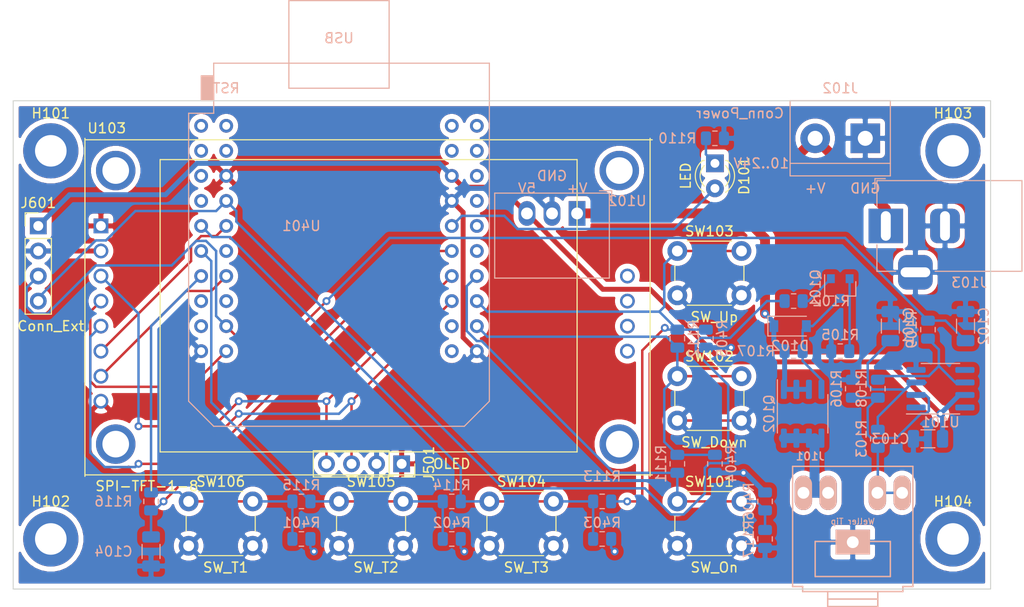
<source format=kicad_pcb>
(kicad_pcb (version 20171130) (host pcbnew 5.1.9-73d0e3b20d~88~ubuntu20.04.1)
  (layers (0 F.Cu signal) (31 B.Cu signal) (34 B.Paste user) (35 F.Paste user) (36 B.SilkS user) (37 F.SilkS user) (38 B.Mask user) (39 F.Mask user) (44 Edge.Cuts user))
  (net 0 "")
  (net 1 GND)
  (net 2 READ)
  (net 3 +5V)
  (net 4 +3V3)
  (net 5 TEMP)
  (net 6 NEO)
  (net 7 SCK)
  (net 8 DC)
  (net 9 RESET)
  (net 10 CS)
  (net 11 PWM)
  (net 12 VS)
  (net 13 HEATER)
  (net 14 TEMPSENSE)
  (net 15 MOSI)
  (net 16 "Net-(D101-Pad1)")
  (net 17 "Net-(C101-Pad1)")
  (net 18 "Net-(Q101-Pad2)")
  (net 19 "Net-(R106-Pad2)")
  (net 20 "Net-(R108-Pad1)")
  (net 21 "Net-(U101-Pad8)")
  (net 22 "Net-(U101-Pad5)")
  (net 23 "Net-(U101-Pad1)")
  (net 24 "Net-(U103-Pad12)")
  (net 25 "Net-(U103-Pad11)")
  (net 26 "Net-(U103-Pad10)")
  (net 27 "Net-(U103-Pad9)")
  (net 28 "Net-(D102-Pad2)")
  (net 29 "Net-(Q101-Pad1)")
  (net 30 "Net-(U401-Pad3)")
  (net 31 "Net-(U401-Pad5)")
  (net 32 "Net-(U401-Pad6)")
  (net 33 "Net-(U401-Pad10)")
  (net 34 "Net-(U401-Pad13)")
  (net 35 "Net-(U401-Pad15)")
  (net 36 "Net-(U401-Pad17)")
  (net 37 "Net-(U401-Pad18)")
  (net 38 "Net-(U401-Pad19)")
  (net 39 "Net-(U401-Pad20)")
  (net 40 "Net-(U401-Pad21)")
  (net 41 "Net-(U401-Pad23)")
  (net 42 "Net-(U401-Pad30)")
  (net 43 "Net-(U401-Pad32)")
  (net 44 "Net-(U401-Pad34)")
  (net 45 "Net-(U401-Pad36)")
  (net 46 "Net-(U401-Pad37)")
  (net 47 "Net-(U401-Pad38)")
  (net 48 "Net-(U401-Pad39)")
  (net 49 "Net-(U401-Pad40)")
  (net 50 TON)
  (net 51 TDN)
  (net 52 TUP)
  (net 53 T3)
  (net 54 T2)
  (net 55 T1)
  (module Connector_BarrelJack:BarrelJack_Horizontal (layer B.Cu) (at 177.34 87.63 180)
    (fp_text reference J103 (at -8.45 -5.75) (layer B.SilkS) (effects (justify mirror)))
    (fp_text value Barrel_Jack_Switch)
    (pad 3 thru_hole roundrect (at -3 -4.7 180) (size 3.5 3.5) (drill oval 3 1) (layers *.Cu *.Mask) (net 1 GND))
    (pad 2 thru_hole roundrect (at -6 0 180) (size 3 3.5) (drill oval 1 3) (layers *.Cu *.Mask) (net 1 GND))
    (pad 1 thru_hole rect (at 0 0 180) (size 3.5 3.5) (drill oval 1 3) (layers *.Cu *.Mask) (net 12 VS))
  )
  (module Resistor_SMD:R_0805_2012Metric (layer B.Cu) (at 165.1 115.57 270)
    (fp_text reference R406 (at 0 1.65 90) (layer B.SilkS) (effects (justify mirror)))
    (fp_text value R)
    (pad 2 smd roundrect (at 0.9125 0 270) (size 1.025 1.4) (layers B.Cu B.Paste B.Mask) (roundrect_rratio 0.2439014634146341) (net 50 TON))
    (pad 1 smd roundrect (at -0.9125 0 270) (size 1.025 1.4) (layers B.Cu B.Paste B.Mask) (roundrect_rratio 0.2439014634146341) (net 4 +3V3))
  )
  (module Resistor_SMD:R_0805_2012Metric (layer B.Cu) (at 159.1075 99.06 90)
    (fp_text reference R405 (at 0 1.65 90) (layer B.SilkS) (effects (justify mirror)))
    (fp_text value R)
    (pad 2 smd roundrect (at 0.9125 0 90) (size 1.025 1.4) (layers B.Cu B.Paste B.Mask) (roundrect_rratio 0.2439014634146341) (net 52 TUP))
    (pad 1 smd roundrect (at -0.9125 0 90) (size 1.025 1.4) (layers B.Cu B.Paste B.Mask) (roundrect_rratio 0.2439014634146341) (net 4 +3V3))
  )
  (module Resistor_SMD:R_0805_2012Metric (layer B.Cu) (at 160.02 111.76 90)
    (fp_text reference R404 (at 0 1.65 90) (layer B.SilkS) (effects (justify mirror)))
    (fp_text value R)
    (pad 2 smd roundrect (at 0.9125 0 90) (size 1.025 1.4) (layers B.Cu B.Paste B.Mask) (roundrect_rratio 0.2439014634146341) (net 51 TDN))
    (pad 1 smd roundrect (at -0.9125 0 90) (size 1.025 1.4) (layers B.Cu B.Paste B.Mask) (roundrect_rratio 0.2439014634146341) (net 4 +3V3))
  )
  (module Resistor_SMD:R_0805_2012Metric (layer B.Cu) (at 148.59 119.38 180)
    (fp_text reference R403 (at 0 1.65) (layer B.SilkS) (effects (justify mirror)))
    (fp_text value R)
    (pad 2 smd roundrect (at 0.9125 0 180) (size 1.025 1.4) (layers B.Cu B.Paste B.Mask) (roundrect_rratio 0.2439014634146341) (net 53 T3))
    (pad 1 smd roundrect (at -0.9125 0 180) (size 1.025 1.4) (layers B.Cu B.Paste B.Mask) (roundrect_rratio 0.2439014634146341) (net 4 +3V3))
  )
  (module Resistor_SMD:R_0805_2012Metric (layer B.Cu) (at 133.35 119.38 180)
    (fp_text reference R402 (at 0 1.65) (layer B.SilkS) (effects (justify mirror)))
    (fp_text value R)
    (pad 2 smd roundrect (at 0.9125 0 180) (size 1.025 1.4) (layers B.Cu B.Paste B.Mask) (roundrect_rratio 0.2439014634146341) (net 54 T2))
    (pad 1 smd roundrect (at -0.9125 0 180) (size 1.025 1.4) (layers B.Cu B.Paste B.Mask) (roundrect_rratio 0.2439014634146341) (net 4 +3V3))
  )
  (module Resistor_SMD:R_0805_2012Metric (layer B.Cu) (at 118.11 119.38 180)
    (fp_text reference R401 (at 0 1.65) (layer B.SilkS) (effects (justify mirror)))
    (fp_text value R)
    (pad 2 smd roundrect (at 0.9125 0 180) (size 1.025 1.4) (layers B.Cu B.Paste B.Mask) (roundrect_rratio 0.2439014634146341) (net 55 T1))
    (pad 1 smd roundrect (at -0.9125 0 180) (size 1.025 1.4) (layers B.Cu B.Paste B.Mask) (roundrect_rratio 0.2439014634146341) (net 4 +3V3))
  )
  (module ESP32_mini:ESP32_mini (layer B.Cu) (at 121.92 88.9)
    (fp_text reference U401 (at -3.81 -1.27) (layer B.SilkS) (effects (justify mirror)))
    (fp_text value mini_esp32)
    (fp_text user RST (at -11.43 -15.24) (layer B.SilkS) (effects (justify mirror)))
    (fp_text user USB (at 0 -20.32) (layer B.SilkS) (effects (justify mirror)))
    (pad 2 thru_hole circle (at -11.43 11.43 90) (size 1.4 1.4) (drill 0.8) (layers *.Cu *.Mask) (net 9 RESET))
    (pad 1 thru_hole circle (at -13.97 11.43 90) (size 1.4 1.4) (drill 0.8) (layers *.Cu *.Mask) (net 1 GND))
    (pad 3 thru_hole circle (at -13.97 8.89 90) (size 1.4 1.4) (drill 0.8) (layers *.Cu *.Mask) (net 30 "Net-(U401-Pad3)"))
    (pad 4 thru_hole circle (at -11.43 8.89 90) (size 1.4 1.4) (drill 0.8) (layers *.Cu *.Mask) (net 5 TEMP))
    (pad 5 thru_hole circle (at -13.97 6.35 90) (size 1.4 1.4) (drill 0.8) (layers *.Cu *.Mask) (net 31 "Net-(U401-Pad5)"))
    (pad 6 thru_hole circle (at -11.43 6.35 90) (size 1.4 1.4) (drill 0.8) (layers *.Cu *.Mask) (net 32 "Net-(U401-Pad6)"))
    (pad 7 thru_hole circle (at -13.97 3.81 90) (size 1.4 1.4) (drill 0.8) (layers *.Cu *.Mask) (net 55 T1))
    (pad 8 thru_hole circle (at -11.43 3.81 90) (size 1.4 1.4) (drill 0.8) (layers *.Cu *.Mask) (net 7 SCK))
    (pad 9 thru_hole circle (at -13.97 1.27 90) (size 1.4 1.4) (drill 0.8) (layers *.Cu *.Mask) (net 54 T2))
    (pad 10 thru_hole circle (at -11.43 1.27 90) (size 1.4 1.4) (drill 0.8) (layers *.Cu *.Mask) (net 33 "Net-(U401-Pad10)"))
    (pad 11 thru_hole circle (at -13.97 -1.27 90) (size 1.4 1.4) (drill 0.8) (layers *.Cu *.Mask) (net 53 T3))
    (pad 12 thru_hole circle (at -11.43 -1.27 90) (size 1.4 1.4) (drill 0.8) (layers *.Cu *.Mask) (net 15 MOSI))
    (pad 13 thru_hole circle (at -13.97 -3.81 90) (size 1.4 1.4) (drill 0.8) (layers *.Cu *.Mask) (net 34 "Net-(U401-Pad13)"))
    (pad 14 thru_hole circle (at -11.43 -3.81 90) (size 1.4 1.4) (drill 0.8) (layers *.Cu *.Mask) (net 11 PWM))
    (pad 15 thru_hole circle (at -13.97 -6.35 90) (size 1.4 1.4) (drill 0.8) (layers *.Cu *.Mask) (net 35 "Net-(U401-Pad15)"))
    (pad 16 thru_hole circle (at -11.43 -6.35 90) (size 1.4 1.4) (drill 0.8) (layers *.Cu *.Mask) (net 4 +3V3))
    (pad 17 thru_hole circle (at -13.97 -8.89 90) (size 1.4 1.4) (drill 0.8) (layers *.Cu *.Mask) (net 36 "Net-(U401-Pad17)"))
    (pad 18 thru_hole circle (at -11.43 -8.89 90) (size 1.4 1.4) (drill 0.8) (layers *.Cu *.Mask) (net 37 "Net-(U401-Pad18)"))
    (pad 19 thru_hole circle (at -13.97 -11.43 90) (size 1.4 1.4) (drill 0.8) (layers *.Cu *.Mask) (net 38 "Net-(U401-Pad19)"))
    (pad 20 thru_hole circle (at -11.43 -11.43 90) (size 1.4 1.4) (drill 0.8) (layers *.Cu *.Mask) (net 39 "Net-(U401-Pad20)"))
    (pad 21 thru_hole circle (at 11.43 11.43 90) (size 1.4 1.4) (drill 0.8) (layers *.Cu *.Mask) (net 40 "Net-(U401-Pad21)"))
    (pad 22 thru_hole circle (at 13.97 11.43 90) (size 1.4 1.4) (drill 0.8) (layers *.Cu *.Mask) (net 1 GND))
    (pad 23 thru_hole circle (at 11.43 8.89 90) (size 1.4 1.4) (drill 0.8) (layers *.Cu *.Mask) (net 41 "Net-(U401-Pad23)"))
    (pad 24 thru_hole circle (at 13.97 8.89 90) (size 1.4 1.4) (drill 0.8) (layers *.Cu *.Mask) (net 51 TDN))
    (pad 25 thru_hole circle (at 11.43 6.35 90) (size 1.4 1.4) (drill 0.8) (layers *.Cu *.Mask) (net 8 DC))
    (pad 26 thru_hole circle (at 13.97 6.35 90) (size 1.4 1.4) (drill 0.8) (layers *.Cu *.Mask) (net 52 TUP))
    (pad 27 thru_hole circle (at 11.43 3.81 90) (size 1.4 1.4) (drill 0.8) (layers *.Cu *.Mask) (net 10 CS))
    (pad 28 thru_hole circle (at 13.97 3.81 90) (size 1.4 1.4) (drill 0.8) (layers *.Cu *.Mask) (net 50 TON))
    (pad 29 thru_hole circle (at 11.43 1.27 90) (size 1.4 1.4) (drill 0.8) (layers *.Cu *.Mask) (net 2 READ))
    (pad 30 thru_hole circle (at 13.97 1.27 90) (size 1.4 1.4) (drill 0.8) (layers *.Cu *.Mask) (net 42 "Net-(U401-Pad30)"))
    (pad 31 thru_hole circle (at 11.43 -1.27 90) (size 1.4 1.4) (drill 0.8) (layers *.Cu *.Mask) (net 6 NEO))
    (pad 32 thru_hole circle (at 13.97 -1.27 90) (size 1.4 1.4) (drill 0.8) (layers *.Cu *.Mask) (net 43 "Net-(U401-Pad32)"))
    (pad 33 thru_hole circle (at 11.43 -3.81 90) (size 1.4 1.4) (drill 0.8) (layers *.Cu *.Mask) (net 1 GND))
    (pad 34 thru_hole circle (at 13.97 -3.81 90) (size 1.4 1.4) (drill 0.8) (layers *.Cu *.Mask) (net 44 "Net-(U401-Pad34)"))
    (pad 35 thru_hole circle (at 11.43 -6.35 90) (size 1.4 1.4) (drill 0.8) (layers *.Cu *.Mask) (net 3 +5V))
    (pad 36 thru_hole circle (at 13.97 -6.35 90) (size 1.4 1.4) (drill 0.8) (layers *.Cu *.Mask) (net 45 "Net-(U401-Pad36)"))
    (pad 37 thru_hole circle (at 11.43 -8.89 90) (size 1.4 1.4) (drill 0.8) (layers *.Cu *.Mask) (net 46 "Net-(U401-Pad37)"))
    (pad 38 thru_hole circle (at 13.97 -8.89 90) (size 1.4 1.4) (drill 0.8) (layers *.Cu *.Mask) (net 47 "Net-(U401-Pad38)"))
    (pad 39 thru_hole circle (at 11.43 -11.43 90) (size 1.4 1.4) (drill 0.8) (layers *.Cu *.Mask) (net 48 "Net-(U401-Pad39)"))
    (pad 40 thru_hole circle (at 13.97 -11.43 90) (size 1.4 1.4) (drill 0.8) (layers *.Cu *.Mask) (net 49 "Net-(U401-Pad40)"))
  )
  (module Connector_PinHeader_2.54mm:PinHeader_1x04_P2.54mm_Vertical (layer F.Cu) (at 91.44 87.63)
    (fp_text reference J601 (at 0 -2.33) (layer F.SilkS))
    (fp_text value Conn_Ext (at 1.27 10.16) (layer F.SilkS))
    (pad 4 thru_hole oval (at 0 7.62) (size 1.7 1.7) (drill 1) (layers *.Cu *.Mask) (net 11 PWM))
    (pad 3 thru_hole oval (at 0 5.08) (size 1.7 1.7) (drill 1) (layers *.Cu *.Mask) (net 5 TEMP))
    (pad 2 thru_hole oval (at 0 2.54) (size 1.7 1.7) (drill 1) (layers *.Cu *.Mask) (net 1 GND))
    (pad 1 thru_hole rect (at 0 0) (size 1.7 1.7) (drill 1) (layers *.Cu *.Mask) (net 3 +5V))
  )
  (module Package_TO_SOT_SMD:SOT-23 (layer B.Cu) (at 172.72 93.98 270)
    (fp_text reference Q101 (at 0 2.5 90) (layer B.SilkS) (effects (justify mirror)))
    (fp_text value BC847)
    (pad 3 smd rect (at 1 0 270) (size 0.9 0.8) (layers B.Cu B.Paste B.Mask) (net 28 "Net-(D102-Pad2)"))
    (pad 2 smd rect (at -1 -0.95 270) (size 0.9 0.8) (layers B.Cu B.Paste B.Mask) (net 18 "Net-(Q101-Pad2)"))
    (pad 1 smd rect (at -1 0.95 270) (size 0.9 0.8) (layers B.Cu B.Paste B.Mask) (net 29 "Net-(Q101-Pad1)"))
  )
  (module Package_SO:SOIC-8_3.9x4.9mm_P1.27mm (layer B.Cu) (at 168.91 106.68 270)
    (fp_text reference Q102 (at 0 3.4 270) (layer B.SilkS) (effects (justify mirror)))
    (fp_text value IRF7404)
    (pad 8 smd roundrect (at 2.475 1.905 270) (size 1.95 0.6) (layers B.Cu B.Paste B.Mask) (net 13 HEATER))
    (pad 7 smd roundrect (at 2.475 0.635 270) (size 1.95 0.6) (layers B.Cu B.Paste B.Mask) (net 13 HEATER))
    (pad 6 smd roundrect (at 2.475 -0.635 270) (size 1.95 0.6) (layers B.Cu B.Paste B.Mask) (net 13 HEATER))
    (pad 5 smd roundrect (at 2.475 -1.905 270) (size 1.95 0.6) (layers B.Cu B.Paste B.Mask) (net 13 HEATER))
    (pad 4 smd roundrect (at -2.475 -1.905 270) (size 1.95 0.6) (layers B.Cu B.Paste B.Mask) (net 28 "Net-(D102-Pad2)"))
    (pad 3 smd roundrect (at -2.475 -0.635 270) (size 1.95 0.6) (layers B.Cu B.Paste B.Mask) (net 12 VS))
    (pad 2 smd roundrect (at -2.475 0.635 270) (size 1.95 0.6) (layers B.Cu B.Paste B.Mask) (net 12 VS))
    (pad 1 smd roundrect (at -2.475 1.905 270) (size 1.95 0.6) (layers B.Cu B.Paste B.Mask) (net 12 VS))
  )
  (module Resistor_SMD:R_0805_2012Metric (layer B.Cu) (at 172.72 100.33 180)
    (fp_text reference R105 (at 0 1.65) (layer B.SilkS) (effects (justify mirror)))
    (fp_text value R)
    (pad 2 smd roundrect (at 0.9125 0 180) (size 1.025 1.4) (layers B.Cu B.Paste B.Mask) (roundrect_rratio 0.2439014634146341) (net 1 GND))
    (pad 1 smd roundrect (at -0.9125 0 180) (size 1.025 1.4) (layers B.Cu B.Paste B.Mask) (roundrect_rratio 0.2439014634146341) (net 18 "Net-(Q101-Pad2)"))
  )
  (module Diode_SMD:D_SOD-123 (layer B.Cu) (at 167.64 97.79)
    (fp_text reference D102 (at 0 2) (layer B.SilkS) (effects (justify mirror)))
    (fp_text value D_Zener)
    (pad 2 smd rect (at 1.65 0) (size 0.9 1.2) (layers B.Cu B.Paste B.Mask) (net 28 "Net-(D102-Pad2)"))
    (pad 1 smd rect (at -1.65 0) (size 0.9 1.2) (layers B.Cu B.Paste B.Mask) (net 12 VS))
  )
  (module Maiskolben2:Tayda_3.5mm_stereo_TRS_jack_A-853 (layer B.Cu) (at 173.99 118.11)
    (fp_text reference J101 (at -4.318 -7.112) (layer B.SilkS) (effects (font (size 0.8 0.8)) (justify mirror)))
    (fp_text value "Weller Tip" (at 0 -0.508) (layer B.SilkS) (effects (font (size 0.6 0.6) (thickness 0.1)) (justify mirror)))
    (pad 1 thru_hole rect (at 0 1.596) (size 3.5 2.5) (drill 1.2) (layers *.Cu *.Mask B.SilkS) (net 1 GND))
    (pad 3 thru_hole oval (at 5 -3.41) (size 1.75 3.5) (drill 1.2) (layers *.Cu *.Mask B.SilkS) (net 14 TEMPSENSE))
    (pad 2 thru_hole oval (at -5 -3.41) (size 1.75 3.5) (drill 1.2) (layers *.Cu *.Mask B.SilkS) (net 13 HEATER))
    (pad 5 thru_hole oval (at 2.5 -3.41) (size 1.75 3.5) (drill 1.2) (layers *.Cu *.Mask B.SilkS) (net 14 TEMPSENSE))
    (pad 4 thru_hole oval (at -2.5 -3.41) (size 1.75 3.5) (drill 1.2) (layers *.Cu *.Mask B.SilkS) (net 13 HEATER))
  )
  (module Resistor_SMD:R_0805_2012Metric (layer B.Cu) (at 118.11 115.57 180)
    (fp_text reference R115 (at 0 1.65) (layer B.SilkS) (effects (justify mirror)))
    (fp_text value 22k)
    (pad 2 smd roundrect (at 0.9125 0 180) (size 1.025 1.4) (layers B.Cu B.Paste B.Mask) (roundrect_rratio 0.2439014634146341) (net 55 T1))
    (pad 1 smd roundrect (at -0.9125 0 180) (size 1.025 1.4) (layers B.Cu B.Paste B.Mask) (roundrect_rratio 0.2439014634146341) (net 54 T2))
  )
  (module MountingHole:MountingHole_3.2mm_M3_DIN965_Pad_TopBottom (layer F.Cu) (at 184.15 119.38)
    (fp_text reference H104 (at 0 -3.8) (layer F.SilkS))
    (fp_text value MountingHole)
    (pad 1 connect circle (at 0 0) (size 5.6 5.6) (layers B.Cu B.Mask))
    (pad 1 connect circle (at 0 0) (size 5.6 5.6) (layers F.Cu F.Mask))
    (pad 1 thru_hole circle (at 0 0) (size 3.6 3.6) (drill 3.2) (layers *.Cu *.Mask))
  )
  (module MountingHole:MountingHole_3.2mm_M3_DIN965_Pad_TopBottom (layer F.Cu) (at 184.15 80.01)
    (fp_text reference H103 (at 0 -3.8) (layer F.SilkS))
    (fp_text value MountingHole)
    (pad 1 connect circle (at 0 0) (size 5.6 5.6) (layers B.Cu B.Mask))
    (pad 1 connect circle (at 0 0) (size 5.6 5.6) (layers F.Cu F.Mask))
    (pad 1 thru_hole circle (at 0 0) (size 3.6 3.6) (drill 3.2) (layers *.Cu *.Mask))
  )
  (module MountingHole:MountingHole_3.2mm_M3_DIN965_Pad_TopBottom (layer F.Cu) (at 92.71 119.38)
    (fp_text reference H102 (at 0 -3.8) (layer F.SilkS))
    (fp_text value MountingHole)
    (pad 1 connect circle (at 0 0) (size 5.6 5.6) (layers B.Cu B.Mask))
    (pad 1 connect circle (at 0 0) (size 5.6 5.6) (layers F.Cu F.Mask))
    (pad 1 thru_hole circle (at 0 0) (size 3.6 3.6) (drill 3.2) (layers *.Cu *.Mask))
  )
  (module MountingHole:MountingHole_3.2mm_M3_DIN965_Pad_TopBottom (layer F.Cu) (at 92.71 80.01)
    (fp_text reference H101 (at 0 -3.8) (layer F.SilkS))
    (fp_text value MountingHole)
    (pad 1 connect circle (at 0 0) (size 5.6 5.6) (layers B.Cu B.Mask))
    (pad 1 connect circle (at 0 0) (size 5.6 5.6) (layers F.Cu F.Mask))
    (pad 1 thru_hole circle (at 0 0) (size 3.6 3.6) (drill 3.2) (layers *.Cu *.Mask))
  )
  (module LED_THT:LED_D3.0mm_Clear (layer F.Cu) (at 160.02 81.28 270)
    (fp_text reference D101 (at 1.27 -2.96 90) (layer F.SilkS))
    (fp_text value LED (at 1.27 2.96 90) (layer F.SilkS))
    (pad 2 thru_hole circle (at 2.54 0 270) (size 1.8 1.8) (drill 0.9) (layers *.Cu *.Mask) (net 6 NEO))
    (pad 1 thru_hole rect (at 0 0 270) (size 1.8 1.8) (drill 0.9) (layers *.Cu *.Mask) (net 16 "Net-(D101-Pad1)"))
  )
  (module Resistor_SMD:R_0805_2012Metric (layer B.Cu) (at 160.02 78.74 180)
    (fp_text reference R110 (at 3.81 0) (layer B.SilkS) (effects (justify mirror)))
    (fp_text value 1k)
    (pad 2 smd roundrect (at 0.9125 0 180) (size 1.025 1.4) (layers B.Cu B.Paste B.Mask) (roundrect_rratio 0.2439014634146341) (net 16 "Net-(D101-Pad1)"))
    (pad 1 smd roundrect (at -0.9125 0 180) (size 1.025 1.4) (layers B.Cu B.Paste B.Mask) (roundrect_rratio 0.2439014634146341) (net 1 GND))
  )
  (module Connector_PinSocket_2.54mm:PinSocket_1x04_P2.54mm_Vertical (layer F.Cu) (at 128.27 111.76 270)
    (fp_text reference J501 (at 0 -2.77 90) (layer F.SilkS))
    (fp_text value OLED (at 0 -5.08) (layer F.SilkS))
    (pad 4 thru_hole oval (at 0 7.62 270) (size 1.7 1.7) (drill 1) (layers *.Cu *.Mask) (net 10 CS))
    (pad 3 thru_hole oval (at 0 5.08 270) (size 1.7 1.7) (drill 1) (layers *.Cu *.Mask) (net 8 DC))
    (pad 2 thru_hole oval (at 0 2.54 270) (size 1.7 1.7) (drill 1) (layers *.Cu *.Mask) (net 1 GND))
    (pad 1 thru_hole rect (at 0 0 270) (size 1.7 1.7) (drill 1) (layers *.Cu *.Mask) (net 4 +3V3))
  )
  (module TerminalBlock:TerminalBlock_bornier-2_P5.08mm (layer B.Cu) (at 175.26 78.74 180)
    (fp_text reference J102 (at 2.54 5.08) (layer B.SilkS) (effects (justify mirror)))
    (fp_text value Conn_Power (at 12.7 2.54) (layer B.SilkS) (effects (justify mirror)))
    (pad 2 thru_hole circle (at 5.08 0 180) (size 3 3) (drill 1.52) (layers *.Cu *.Mask) (net 12 VS))
    (pad 1 thru_hole rect (at 0 0 180) (size 3 3) (drill 1.52) (layers *.Cu *.Mask) (net 1 GND))
  )
  (module Converter_DCDC:Converter_DCDC_RECOM_R-78B-2.0_THT (layer B.Cu) (at 146.05 86.36 180)
    (fp_text reference U102 (at -5.08 1.27) (layer B.SilkS) (effects (justify mirror)))
    (fp_text value R-78B5.0-2.0)
    (pad 3 thru_hole oval (at 5.08 0 180) (size 1.7 2.5) (drill 1.2) (layers *.Cu *.Mask) (net 3 +5V))
    (pad 2 thru_hole oval (at 2.54 0 180) (size 1.7 2.5) (drill 1.2) (layers *.Cu *.Mask) (net 1 GND))
    (pad 1 thru_hole rect (at 0 0 180) (size 1.7 2.5) (drill 1.2) (layers *.Cu *.Mask) (net 12 VS))
  )
  (module Package_SO:SOIC-8_3.9x4.9mm_P1.27mm (layer B.Cu) (at 182.88 104.14)
    (fp_text reference U101 (at 0 3.4) (layer B.SilkS) (effects (justify mirror)))
    (fp_text value OPA330xxD)
    (pad 8 smd roundrect (at 2.475 1.905) (size 1.95 0.6) (layers B.Cu B.Paste B.Mask) (net 21 "Net-(U101-Pad8)"))
    (pad 7 smd roundrect (at 2.475 0.635) (size 1.95 0.6) (layers B.Cu B.Paste B.Mask) (net 3 +5V))
    (pad 6 smd roundrect (at 2.475 -0.635) (size 1.95 0.6) (layers B.Cu B.Paste B.Mask) (net 20 "Net-(R108-Pad1)"))
    (pad 5 smd roundrect (at 2.475 -1.905) (size 1.95 0.6) (layers B.Cu B.Paste B.Mask) (net 22 "Net-(U101-Pad5)"))
    (pad 4 smd roundrect (at -2.475 -1.905) (size 1.95 0.6) (layers B.Cu B.Paste B.Mask) (net 1 GND))
    (pad 3 smd roundrect (at -2.475 -0.635) (size 1.95 0.6) (layers B.Cu B.Paste B.Mask) (net 17 "Net-(C101-Pad1)"))
    (pad 2 smd roundrect (at -2.475 0.635) (size 1.95 0.6) (layers B.Cu B.Paste B.Mask) (net 19 "Net-(R106-Pad2)"))
    (pad 1 smd roundrect (at -2.475 1.905) (size 1.95 0.6) (layers B.Cu B.Paste B.Mask) (net 23 "Net-(U101-Pad1)"))
  )
  (module MY_Display:TFT-SPI-1-8 (layer F.Cu) (at 97.79 87.63)
    (fp_text reference U103 (at 0.59 -9.91) (layer F.SilkS))
    (fp_text value SPI-TFT-1-8 (at 4.66 26.39) (layer F.SilkS))
    (pad "" thru_hole circle (at 1.5 22.13) (size 4 4) (drill 2.7) (layers *.Cu *.Mask))
    (pad "" thru_hole circle (at 52.54 22.13) (size 4 4) (drill 2.7) (layers *.Cu *.Mask))
    (pad "" thru_hole circle (at 52.54 -5.62) (size 4 4) (drill 2.7) (layers *.Cu *.Mask))
    (pad "" thru_hole circle (at 1.5 -5.62) (size 4 4) (drill 2.7) (layers *.Cu *.Mask))
    (pad 12 thru_hole circle (at 53.36 12.7) (size 1.5 1.5) (drill 1) (layers *.Cu *.Mask) (net 24 "Net-(U103-Pad12)"))
    (pad 11 thru_hole circle (at 53.36 10.16) (size 1.5 1.5) (drill 1) (layers *.Cu *.Mask) (net 25 "Net-(U103-Pad11)"))
    (pad 10 thru_hole circle (at 53.36 7.62) (size 1.5 1.5) (drill 1) (layers *.Cu *.Mask) (net 26 "Net-(U103-Pad10)"))
    (pad 9 thru_hole circle (at 53.36 5.08) (size 1.5 1.5) (drill 1) (layers *.Cu *.Mask) (net 27 "Net-(U103-Pad9)"))
    (pad 8 thru_hole circle (at 0 17.78) (size 1.5 1.5) (drill 1) (layers *.Cu *.Mask) (net 4 +3V3))
    (pad 7 thru_hole circle (at 0 15.24) (size 1.5 1.5) (drill 1) (layers *.Cu *.Mask) (net 7 SCK))
    (pad 6 thru_hole circle (at 0 12.7) (size 1.5 1.5) (drill 1) (layers *.Cu *.Mask) (net 15 MOSI))
    (pad 5 thru_hole circle (at 0 10.16) (size 1.5 1.5) (drill 1) (layers *.Cu *.Mask) (net 8 DC))
    (pad 4 thru_hole circle (at 0 7.62) (size 1.5 1.5) (drill 1) (layers *.Cu *.Mask) (net 9 RESET))
    (pad 3 thru_hole circle (at 0 5.08) (size 1.5 1.5) (drill 1) (layers *.Cu *.Mask) (net 10 CS))
    (pad 2 thru_hole circle (at 0 2.54) (size 1.5 1.5) (drill 1) (layers *.Cu *.Mask) (net 1 GND))
    (pad 1 thru_hole rect (at 0 0) (size 1.5 1.5) (drill 1) (layers *.Cu *.Mask) (net 4 +3V3))
  )
  (module Button_Switch_THT:SW_PUSH_6mm_H5mm (layer F.Cu) (at 156.21 115.57)
    (fp_text reference SW101 (at 3.25 -2) (layer F.SilkS))
    (fp_text value SW_On (at 3.75 6.7) (layer F.SilkS))
    (pad 1 thru_hole circle (at 6.5 0 90) (size 2 2) (drill 1.1) (layers *.Cu *.Mask) (net 50 TON))
    (pad 2 thru_hole circle (at 6.5 4.5 90) (size 2 2) (drill 1.1) (layers *.Cu *.Mask) (net 1 GND))
    (pad 1 thru_hole circle (at 0 0 90) (size 2 2) (drill 1.1) (layers *.Cu *.Mask) (net 50 TON))
    (pad 2 thru_hole circle (at 0 4.5 90) (size 2 2) (drill 1.1) (layers *.Cu *.Mask) (net 1 GND))
  )
  (module Button_Switch_THT:SW_PUSH_6mm_H5mm (layer F.Cu) (at 156.21 102.87)
    (fp_text reference SW102 (at 3.25 -2) (layer F.SilkS))
    (fp_text value SW_Down (at 3.75 6.7) (layer F.SilkS))
    (pad 1 thru_hole circle (at 6.5 0 90) (size 2 2) (drill 1.1) (layers *.Cu *.Mask) (net 51 TDN))
    (pad 2 thru_hole circle (at 6.5 4.5 90) (size 2 2) (drill 1.1) (layers *.Cu *.Mask) (net 1 GND))
    (pad 1 thru_hole circle (at 0 0 90) (size 2 2) (drill 1.1) (layers *.Cu *.Mask) (net 51 TDN))
    (pad 2 thru_hole circle (at 0 4.5 90) (size 2 2) (drill 1.1) (layers *.Cu *.Mask) (net 1 GND))
  )
  (module Button_Switch_THT:SW_PUSH_6mm_H5mm (layer F.Cu) (at 156.21 90.17)
    (fp_text reference SW103 (at 3.25 -2) (layer F.SilkS))
    (fp_text value SW_Up (at 3.75 6.7) (layer F.SilkS))
    (pad 1 thru_hole circle (at 6.5 0 90) (size 2 2) (drill 1.1) (layers *.Cu *.Mask) (net 52 TUP))
    (pad 2 thru_hole circle (at 6.5 4.5 90) (size 2 2) (drill 1.1) (layers *.Cu *.Mask) (net 1 GND))
    (pad 1 thru_hole circle (at 0 0 90) (size 2 2) (drill 1.1) (layers *.Cu *.Mask) (net 52 TUP))
    (pad 2 thru_hole circle (at 0 4.5 90) (size 2 2) (drill 1.1) (layers *.Cu *.Mask) (net 1 GND))
  )
  (module Button_Switch_THT:SW_PUSH_6mm_H5mm (layer F.Cu) (at 137.16 115.57)
    (fp_text reference SW104 (at 3.25 -2) (layer F.SilkS))
    (fp_text value SW_T3 (at 3.75 6.7) (layer F.SilkS))
    (pad 1 thru_hole circle (at 6.5 0 90) (size 2 2) (drill 1.1) (layers *.Cu *.Mask) (net 53 T3))
    (pad 2 thru_hole circle (at 6.5 4.5 90) (size 2 2) (drill 1.1) (layers *.Cu *.Mask) (net 1 GND))
    (pad 1 thru_hole circle (at 0 0 90) (size 2 2) (drill 1.1) (layers *.Cu *.Mask) (net 53 T3))
    (pad 2 thru_hole circle (at 0 4.5 90) (size 2 2) (drill 1.1) (layers *.Cu *.Mask) (net 1 GND))
  )
  (module Button_Switch_THT:SW_PUSH_6mm_H5mm (layer F.Cu) (at 121.92 115.57)
    (fp_text reference SW105 (at 3.25 -2) (layer F.SilkS))
    (fp_text value SW_T2 (at 3.75 6.7) (layer F.SilkS))
    (pad 1 thru_hole circle (at 6.5 0 90) (size 2 2) (drill 1.1) (layers *.Cu *.Mask) (net 54 T2))
    (pad 2 thru_hole circle (at 6.5 4.5 90) (size 2 2) (drill 1.1) (layers *.Cu *.Mask) (net 1 GND))
    (pad 1 thru_hole circle (at 0 0 90) (size 2 2) (drill 1.1) (layers *.Cu *.Mask) (net 54 T2))
    (pad 2 thru_hole circle (at 0 4.5 90) (size 2 2) (drill 1.1) (layers *.Cu *.Mask) (net 1 GND))
  )
  (module Button_Switch_THT:SW_PUSH_6mm_H5mm (layer F.Cu) (at 106.68 115.57)
    (fp_text reference SW106 (at 3.25 -2) (layer F.SilkS))
    (fp_text value SW_T1 (at 3.75 6.7) (layer F.SilkS))
    (pad 1 thru_hole circle (at 6.5 0 90) (size 2 2) (drill 1.1) (layers *.Cu *.Mask) (net 55 T1))
    (pad 2 thru_hole circle (at 6.5 4.5 90) (size 2 2) (drill 1.1) (layers *.Cu *.Mask) (net 1 GND))
    (pad 1 thru_hole circle (at 0 0 90) (size 2 2) (drill 1.1) (layers *.Cu *.Mask) (net 55 T1))
    (pad 2 thru_hole circle (at 0 4.5 90) (size 2 2) (drill 1.1) (layers *.Cu *.Mask) (net 1 GND))
  )
  (module Resistor_SMD:R_0805_2012Metric (layer B.Cu) (at 181.61 98.1475 270)
    (fp_text reference R109 (at 0 1.65 90) (layer B.SilkS) (effects (justify mirror)))
    (fp_text value 1k)
    (pad 2 smd roundrect (at 0.9125 0 270) (size 1.025 1.4) (layers B.Cu B.Paste B.Mask) (roundrect_rratio 0.2439004878048781) (net 20 "Net-(R108-Pad1)"))
    (pad 1 smd roundrect (at -0.9125 0 270) (size 1.025 1.4) (layers B.Cu B.Paste B.Mask) (roundrect_rratio 0.2439004878048781) (net 5 TEMP))
  )
  (module Resistor_SMD:R_0805_2012Metric (layer B.Cu) (at 167.9975 100.33)
    (fp_text reference R107 (at -3.81 0) (layer B.SilkS) (effects (justify mirror)))
    (fp_text value 1k)
    (pad 2 smd roundrect (at 0.9125 0) (size 1.025 1.4) (layers B.Cu B.Paste B.Mask) (roundrect_rratio 0.2439004878048781) (net 28 "Net-(D102-Pad2)"))
    (pad 1 smd roundrect (at -0.9125 0) (size 1.025 1.4) (layers B.Cu B.Paste B.Mask) (roundrect_rratio 0.2439004878048781) (net 12 VS))
  )
  (module Resistor_SMD:R_0805_2012Metric (layer B.Cu) (at 176.53 104.14 270)
    (fp_text reference R108 (at 0 1.65 90) (layer B.SilkS) (effects (justify mirror)))
    (fp_text value 56k)
    (pad 2 smd roundrect (at 0.9125 0 270) (size 1.025 1.4) (layers B.Cu B.Paste B.Mask) (roundrect_rratio 0.2439004878048781) (net 19 "Net-(R106-Pad2)"))
    (pad 1 smd roundrect (at -0.9125 0 270) (size 1.025 1.4) (layers B.Cu B.Paste B.Mask) (roundrect_rratio 0.2439004878048781) (net 20 "Net-(R108-Pad1)"))
  )
  (module Resistor_SMD:R_0805_2012Metric (layer B.Cu) (at 173.99 104.14 270)
    (fp_text reference R106 (at 0 1.65 90) (layer B.SilkS) (effects (justify mirror)))
    (fp_text value 100)
    (pad 2 smd roundrect (at 0.9125 0 270) (size 1.025 1.4) (layers B.Cu B.Paste B.Mask) (roundrect_rratio 0.2439004878048781) (net 19 "Net-(R106-Pad2)"))
    (pad 1 smd roundrect (at -0.9125 0 270) (size 1.025 1.4) (layers B.Cu B.Paste B.Mask) (roundrect_rratio 0.2439004878048781) (net 1 GND))
  )
  (module Resistor_SMD:R_0805_2012Metric (layer B.Cu) (at 165.1 119.38 270)
    (fp_text reference R117 (at 0 1.65 90) (layer B.SilkS) (effects (justify mirror)))
    (fp_text value 1M)
    (pad 2 smd roundrect (at 0.9125 0 270) (size 1.025 1.4) (layers B.Cu B.Paste B.Mask) (roundrect_rratio 0.2439004878048781) (net 1 GND))
    (pad 1 smd roundrect (at -0.9125 0 270) (size 1.025 1.4) (layers B.Cu B.Paste B.Mask) (roundrect_rratio 0.2439004878048781) (net 50 TON))
  )
  (module Resistor_SMD:R_0805_2012Metric (layer B.Cu) (at 102.87 115.57 270)
    (fp_text reference R116 (at 0 3.81 180) (layer B.SilkS) (effects (justify mirror)))
    (fp_text value 47k)
    (pad 2 smd roundrect (at 0.9125 0 270) (size 1.025 1.4) (layers B.Cu B.Paste B.Mask) (roundrect_rratio 0.2439004878048781) (net 2 READ))
    (pad 1 smd roundrect (at -0.9125 0 270) (size 1.025 1.4) (layers B.Cu B.Paste B.Mask) (roundrect_rratio 0.2439004878048781) (net 55 T1))
  )
  (module Resistor_SMD:R_0805_2012Metric (layer B.Cu) (at 133.35 115.57 180)
    (fp_text reference R114 (at 0 1.65) (layer B.SilkS) (effects (justify mirror)))
    (fp_text value 22k)
    (pad 2 smd roundrect (at 0.9125 0 180) (size 1.025 1.4) (layers B.Cu B.Paste B.Mask) (roundrect_rratio 0.2439004878048781) (net 54 T2))
    (pad 1 smd roundrect (at -0.9125 0 180) (size 1.025 1.4) (layers B.Cu B.Paste B.Mask) (roundrect_rratio 0.2439004878048781) (net 53 T3))
  )
  (module Resistor_SMD:R_0805_2012Metric (layer B.Cu) (at 148.59 115.57 180)
    (fp_text reference R113 (at 0 2.54) (layer B.SilkS) (effects (justify mirror)))
    (fp_text value 22k)
    (pad 2 smd roundrect (at 0.9125 0 180) (size 1.025 1.4) (layers B.Cu B.Paste B.Mask) (roundrect_rratio 0.2439004878048781) (net 53 T3))
    (pad 1 smd roundrect (at -0.9125 0 180) (size 1.025 1.4) (layers B.Cu B.Paste B.Mask) (roundrect_rratio 0.2439004878048781) (net 52 TUP))
  )
  (module Resistor_SMD:R_0805_2012Metric (layer B.Cu) (at 156.21 99.06 90)
    (fp_text reference R112 (at 0 1.65 90) (layer B.SilkS) (effects (justify mirror)))
    (fp_text value 33k)
    (pad 2 smd roundrect (at 0.9125 0 90) (size 1.025 1.4) (layers B.Cu B.Paste B.Mask) (roundrect_rratio 0.2439004878048781) (net 52 TUP))
    (pad 1 smd roundrect (at -0.9125 0 90) (size 1.025 1.4) (layers B.Cu B.Paste B.Mask) (roundrect_rratio 0.2439004878048781) (net 51 TDN))
  )
  (module Resistor_SMD:R_0805_2012Metric (layer B.Cu) (at 156.21 111.76 270)
    (fp_text reference R111 (at 0 1.65 90) (layer B.SilkS) (effects (justify mirror)))
    (fp_text value 47k)
    (pad 2 smd roundrect (at 0.9125 0 270) (size 1.025 1.4) (layers B.Cu B.Paste B.Mask) (roundrect_rratio 0.2439004878048781) (net 50 TON))
    (pad 1 smd roundrect (at -0.9125 0 270) (size 1.025 1.4) (layers B.Cu B.Paste B.Mask) (roundrect_rratio 0.2439004878048781) (net 51 TDN))
  )
  (module Resistor_SMD:R_0805_2012Metric (layer B.Cu) (at 167.9975 95.25 180)
    (fp_text reference R102 (at -3.81 0) (layer B.SilkS) (effects (justify mirror)))
    (fp_text value 1k)
    (pad 2 smd roundrect (at 0.9125 0 180) (size 1.025 1.4) (layers B.Cu B.Paste B.Mask) (roundrect_rratio 0.2439004878048781) (net 11 PWM))
    (pad 1 smd roundrect (at -0.9125 0 180) (size 1.025 1.4) (layers B.Cu B.Paste B.Mask) (roundrect_rratio 0.2439004878048781) (net 29 "Net-(Q101-Pad1)"))
  )
  (module Resistor_SMD:R_0805_2012Metric (layer B.Cu) (at 176.53 109.22 270)
    (fp_text reference R103 (at 0 1.65 90) (layer B.SilkS) (effects (justify mirror)))
    (fp_text value 1k)
    (pad 2 smd roundrect (at 0.9125 0 270) (size 1.025 1.4) (layers B.Cu B.Paste B.Mask) (roundrect_rratio 0.2439004878048781) (net 14 TEMPSENSE))
    (pad 1 smd roundrect (at -0.9125 0 270) (size 1.025 1.4) (layers B.Cu B.Paste B.Mask) (roundrect_rratio 0.2439004878048781) (net 17 "Net-(C101-Pad1)"))
  )
  (module Capacitor_SMD:C_1206_3216Metric (layer B.Cu) (at 181.61 109.22 180)
    (fp_text reference C103 (at 3.81 0) (layer B.SilkS) (effects (justify mirror)))
    (fp_text value 100nF)
    (pad 2 smd roundrect (at 1.475 0 180) (size 1.15 1.8) (layers B.Cu B.Paste B.Mask) (roundrect_rratio 0.2173904347826087) (net 1 GND))
    (pad 1 smd roundrect (at -1.475 0 180) (size 1.15 1.8) (layers B.Cu B.Paste B.Mask) (roundrect_rratio 0.2173904347826087) (net 3 +5V))
  )
  (module Capacitor_SMD:C_1206_3216Metric (layer B.Cu) (at 185.42 97.79 90)
    (fp_text reference C102 (at 0 1.85 90) (layer B.SilkS) (effects (justify mirror)))
    (fp_text value 100nF)
    (pad 2 smd roundrect (at 1.475 0 90) (size 1.15 1.8) (layers B.Cu B.Paste B.Mask) (roundrect_rratio 0.2173904347826087) (net 1 GND))
    (pad 1 smd roundrect (at -1.475 0 90) (size 1.15 1.8) (layers B.Cu B.Paste B.Mask) (roundrect_rratio 0.2173904347826087) (net 5 TEMP))
  )
  (module Capacitor_SMD:C_1206_3216Metric (layer B.Cu) (at 102.87 120.65 90)
    (fp_text reference C104 (at 0 -3.81 180) (layer B.SilkS) (effects (justify mirror)))
    (fp_text value 100nF)
    (pad 2 smd roundrect (at 1.475 0 90) (size 1.15 1.8) (layers B.Cu B.Paste B.Mask) (roundrect_rratio 0.2173904347826087) (net 2 READ))
    (pad 1 smd roundrect (at -1.475 0 90) (size 1.15 1.8) (layers B.Cu B.Paste B.Mask) (roundrect_rratio 0.2173904347826087) (net 1 GND))
  )
  (module Capacitor_SMD:C_1206_3216Metric (layer B.Cu) (at 177.8 97.79 90)
    (fp_text reference C101 (at 0 1.85 90) (layer B.SilkS) (effects (justify mirror)))
    (fp_text value 100nF)
    (pad 2 smd roundrect (at 1.475 0 90) (size 1.15 1.8) (layers B.Cu B.Paste B.Mask) (roundrect_rratio 0.2173904347826087) (net 1 GND))
    (pad 1 smd roundrect (at -1.475 0 90) (size 1.15 1.8) (layers B.Cu B.Paste B.Mask) (roundrect_rratio 0.2173904347826087) (net 17 "Net-(C101-Pad1)"))
  )
  (gr_line (start 187.96 74.93) (end 88.9 74.93) (layer Edge.Cuts) (width 0.1))
  (gr_line (start 187.96 124.46) (end 187.96 74.93) (layer Edge.Cuts) (width 0.1))
  (gr_line (start 88.9 124.46) (end 187.96 124.46) (layer Edge.Cuts) (width 0.1))
  (gr_line (start 88.9 74.93) (end 88.9 124.46) (layer Edge.Cuts) (width 0.1))
  (gr_text " 10..24V" (at 165.1 81.28) (layer B.SilkS) (effects (font (size 1 1)) (justify mirror)))
  (gr_text V+ (at 146.05 83.82) (layer B.SilkS) (effects (font (size 1 1)) (justify mirror)))
  (gr_text GND (at 143.51 82.55) (layer B.SilkS) (effects (font (size 1 1)) (justify mirror)))
  (gr_text 5V (at 140.97 83.82) (layer B.SilkS) (effects (font (size 1 1)) (justify mirror)))
  (gr_text V+ (at 170.18 83.82) (layer B.SilkS) (effects (font (size 1 1)) (justify mirror)))
  (gr_text GND (at 175.26 83.82) (layer B.SilkS) (effects (font (size 1 1)) (justify mirror)))
  (via (at 101.6 107.95) (size 0.8) (drill 0.4) (layers F.Cu B.Cu) (net 10))
  (via (at 101.6 111.76) (size 0.8) (drill 0.4) (layers F.Cu B.Cu) (net 8))
  (segment (start 164.8775 120.07) (end 165.1 120.2925) (width 0.25) (layer B.Cu) (net 1))
  (segment (start 162.71 120.07) (end 164.8775 120.07) (width 0.25) (layer B.Cu) (net 1))
  (segment (start 133.35 85.09) (end 134.62 83.82) (width 0.5) (layer B.Cu) (net 1))
  (segment (start 140.97 83.82) (end 143.51 86.36) (width 0.5) (layer B.Cu) (net 1))
  (segment (start 134.62 83.82) (end 140.97 83.82) (width 0.5) (layer B.Cu) (net 1))
  (segment (start 162.71 107.37) (end 162.71 108.1) (width 0.5) (layer F.Cu) (net 1))
  (segment (start 156.21 107.37) (end 162.71 107.37) (width 0.25) (layer F.Cu) (net 1))
  (segment (start 134.500001 98.940001) (end 135.89 100.33) (width 0.5) (layer F.Cu) (net 1))
  (segment (start 134.500001 86.240001) (end 134.500001 98.940001) (width 0.5) (layer F.Cu) (net 1))
  (segment (start 133.35 85.09) (end 134.500001 86.240001) (width 0.5) (layer F.Cu) (net 1))
  (segment (start 180.405 98.92) (end 180.405 102.235) (width 0.5) (layer B.Cu) (net 1))
  (segment (start 177.8 96.315) (end 180.405 98.92) (width 0.5) (layer B.Cu) (net 1))
  (segment (start 91.44 90.17) (end 97.79 90.17) (width 0.5) (layer F.Cu) (net 1))
  (segment (start 102.87 116.4825) (end 102.87 116.84) (width 0.25) (layer B.Cu) (net 2))
  (segment (start 133.35 90.17) (end 129.54 90.17) (width 0.25) (layer F.Cu) (net 2))
  (segment (start 129.54 90.17) (end 105.354999 114.355001) (width 0.25) (layer F.Cu) (net 2))
  (segment (start 102.87 116.84) (end 102.87 119.175) (width 0.25) (layer B.Cu) (net 2))
  (via (at 104.14 115.57) (size 0.8) (drill 0.4) (layers F.Cu B.Cu) (net 2))
  (segment (start 105.354999 114.355001) (end 104.14 115.57) (width 0.25) (layer F.Cu) (net 2))
  (segment (start 103.2275 116.4825) (end 104.14 115.57) (width 0.25) (layer B.Cu) (net 2))
  (segment (start 102.87 116.4825) (end 103.2275 116.4825) (width 0.25) (layer B.Cu) (net 2))
  (segment (start 183.085 109.22) (end 183.085 109.22) (width 0.5) (layer B.Cu) (net 3))
  (segment (start 104.337997 84.460001) (end 107.517998 81.28) (width 0.5) (layer B.Cu) (net 3))
  (segment (start 94.609999 84.460001) (end 104.337997 84.460001) (width 0.5) (layer B.Cu) (net 3))
  (segment (start 91.44 87.63) (end 94.609999 84.460001) (width 0.5) (layer B.Cu) (net 3))
  (segment (start 132.08 81.28) (end 133.35 82.55) (width 0.5) (layer B.Cu) (net 3))
  (segment (start 107.517998 81.28) (end 132.08 81.28) (width 0.5) (layer B.Cu) (net 3))
  (segment (start 177.619999 101.419999) (end 182.88 106.68) (width 0.5) (layer F.Cu) (net 3))
  (segment (start 160.813997 101.419999) (end 177.619999 101.419999) (width 0.5) (layer F.Cu) (net 3))
  (segment (start 153.443997 94.049999) (end 160.813997 101.419999) (width 0.5) (layer F.Cu) (net 3))
  (segment (start 148.659999 94.049999) (end 153.443997 94.049999) (width 0.5) (layer F.Cu) (net 3))
  (segment (start 140.97 86.36) (end 148.659999 94.049999) (width 0.5) (layer F.Cu) (net 3))
  (segment (start 138.310001 83.700001) (end 140.97 86.36) (width 0.5) (layer F.Cu) (net 3))
  (segment (start 134.500001 83.700001) (end 138.310001 83.700001) (width 0.5) (layer F.Cu) (net 3))
  (segment (start 133.35 82.55) (end 134.500001 83.700001) (width 0.5) (layer F.Cu) (net 3))
  (via (at 182.88 106.68) (size 0.8) (drill 0.4) (layers F.Cu B.Cu) (net 3))
  (segment (start 183.085 106.885) (end 182.88 106.68) (width 0.5) (layer B.Cu) (net 3))
  (segment (start 183.085 109.22) (end 183.085 106.885) (width 0.5) (layer B.Cu) (net 3))
  (segment (start 184.785 104.775) (end 182.88 106.68) (width 0.5) (layer B.Cu) (net 3))
  (segment (start 185.355 104.775) (end 184.785 104.775) (width 0.5) (layer B.Cu) (net 3))
  (segment (start 160.02 112.6725) (end 162.9175 112.6725) (width 0.5) (layer B.Cu) (net 4))
  (segment (start 164.92125 114.47875) (end 165.1 114.6575) (width 0.5) (layer B.Cu) (net 4))
  (segment (start 163.115 112.6725) (end 164.92125 114.47875) (width 0.5) (layer B.Cu) (net 4))
  (segment (start 134.2625 119.38) (end 134.2625 120.2925) (width 0.25) (layer B.Cu) (net 4))
  (segment (start 134.2625 120.2925) (end 134.62 120.65) (width 0.25) (layer B.Cu) (net 4))
  (segment (start 149.5025 119.38) (end 149.5025 120.2925) (width 0.25) (layer B.Cu) (net 4))
  (segment (start 149.5025 120.2925) (end 149.86 120.65) (width 0.25) (layer B.Cu) (net 4))
  (segment (start 159.1075 99.9725) (end 161.6475 99.9725) (width 0.5) (layer B.Cu) (net 4))
  (segment (start 162.9175 112.6725) (end 163.115 112.6725) (width 0.5) (layer B.Cu) (net 4))
  (via (at 162.9175 112.6725) (size 0.8) (drill 0.4) (layers F.Cu B.Cu) (net 4))
  (via (at 149.86 120.65) (size 0.8) (drill 0.4) (layers F.Cu B.Cu) (net 4))
  (via (at 134.62 120.65) (size 0.8) (drill 0.4) (layers F.Cu B.Cu) (net 4))
  (via (at 119.38 120.65) (size 0.8) (drill 0.4) (layers F.Cu B.Cu) (net 4))
  (segment (start 119.0225 120.2925) (end 119.38 120.65) (width 0.25) (layer B.Cu) (net 4))
  (segment (start 119.0225 119.38) (end 119.0225 120.2925) (width 0.25) (layer B.Cu) (net 4))
  (via (at 161.6475 99.9725) (size 0.8) (drill 0.4) (layers F.Cu B.Cu) (net 4))
  (segment (start 183.39 97.235) (end 185.42 99.265) (width 0.25) (layer B.Cu) (net 5))
  (segment (start 181.61 97.235) (end 183.39 97.235) (width 0.25) (layer B.Cu) (net 5))
  (segment (start 111.815001 99.115001) (end 110.49 97.79) (width 0.25) (layer F.Cu) (net 5))
  (segment (start 110.49 97.79) (end 110.49 97.79) (width 0.25) (layer F.Cu) (net 5))
  (via (at 120.65 95.25) (size 0.8) (drill 0.4) (layers F.Cu B.Cu) (net 5))
  (segment (start 127.055001 88.844999) (end 120.65 95.25) (width 0.25) (layer B.Cu) (net 5))
  (segment (start 173.219999 88.844999) (end 127.055001 88.844999) (width 0.25) (layer B.Cu) (net 5))
  (segment (start 181.61 97.235) (end 173.219999 88.844999) (width 0.25) (layer B.Cu) (net 5))
  (segment (start 116.784999 99.115001) (end 120.65 95.25) (width 0.25) (layer F.Cu) (net 5))
  (segment (start 111.815001 99.115001) (end 116.784999 99.115001) (width 0.25) (layer F.Cu) (net 5))
  (segment (start 109.464999 96.764999) (end 110.49 97.79) (width 0.25) (layer B.Cu) (net 5))
  (segment (start 109.464999 90.167997) (end 109.464999 96.764999) (width 0.25) (layer B.Cu) (net 5))
  (segment (start 107.457999 89.144999) (end 108.442001 89.144999) (width 0.25) (layer B.Cu) (net 5))
  (segment (start 108.442001 89.144999) (end 109.464999 90.167997) (width 0.25) (layer B.Cu) (net 5))
  (segment (start 104.967999 91.634999) (end 107.457999 89.144999) (width 0.25) (layer B.Cu) (net 5))
  (segment (start 97.273999 91.634999) (end 104.967999 91.634999) (width 0.25) (layer B.Cu) (net 5))
  (segment (start 92.388998 96.52) (end 97.273999 91.634999) (width 0.25) (layer B.Cu) (net 5))
  (segment (start 90.970998 96.52) (end 92.388998 96.52) (width 0.25) (layer B.Cu) (net 5))
  (segment (start 90.264999 95.814001) (end 90.970998 96.52) (width 0.25) (layer B.Cu) (net 5))
  (segment (start 90.264999 93.885001) (end 90.264999 95.814001) (width 0.25) (layer B.Cu) (net 5))
  (segment (start 91.44 92.71) (end 90.264999 93.885001) (width 0.25) (layer B.Cu) (net 5))
  (segment (start 134.375001 86.604999) (end 138.674999 86.604999) (width 0.25) (layer B.Cu) (net 6))
  (segment (start 133.35 87.63) (end 134.375001 86.604999) (width 0.25) (layer B.Cu) (net 6))
  (segment (start 155.90499 87.93501) (end 160.02 83.82) (width 0.25) (layer B.Cu) (net 6))
  (segment (start 140.00501 87.93501) (end 155.90499 87.93501) (width 0.25) (layer B.Cu) (net 6))
  (segment (start 138.674999 86.604999) (end 140.00501 87.93501) (width 0.25) (layer B.Cu) (net 6))
  (segment (start 108.975001 94.224999) (end 110.49 92.71) (width 0.25) (layer F.Cu) (net 7))
  (segment (start 106.435001 94.224999) (end 108.975001 94.224999) (width 0.25) (layer F.Cu) (net 7))
  (segment (start 97.79 102.87) (end 106.435001 94.224999) (width 0.25) (layer F.Cu) (net 7))
  (segment (start 123.19 105.41) (end 123.19 111.76) (width 0.25) (layer F.Cu) (net 8))
  (segment (start 133.35 95.25) (end 123.19 105.41) (width 0.25) (layer F.Cu) (net 8))
  (segment (start 123.19 105.41) (end 123.19 105.41) (width 0.25) (layer F.Cu) (net 8))
  (via (at 123.19 105.41) (size 0.8) (drill 0.4) (layers F.Cu B.Cu) (net 8))
  (segment (start 123.19 105.41) (end 121.92 106.68) (width 0.25) (layer B.Cu) (net 8))
  (segment (start 121.92 106.68) (end 111.76 106.68) (width 0.25) (layer B.Cu) (net 8))
  (segment (start 111.76 106.68) (end 111.76 106.68) (width 0.25) (layer B.Cu) (net 8))
  (via (at 111.76 106.68) (size 0.8) (drill 0.4) (layers F.Cu B.Cu) (net 8))
  (segment (start 111.76 106.68) (end 106.68 111.76) (width 0.25) (layer F.Cu) (net 8))
  (segment (start 106.68 111.76) (end 101.6 111.76) (width 0.25) (layer F.Cu) (net 8))
  (segment (start 101.274999 112.085001) (end 101.6 111.76) (width 0.25) (layer B.Cu) (net 8))
  (segment (start 98.173999 112.085001) (end 101.274999 112.085001) (width 0.25) (layer B.Cu) (net 8))
  (segment (start 96.714999 110.626001) (end 98.173999 112.085001) (width 0.25) (layer B.Cu) (net 8))
  (segment (start 96.714999 98.865001) (end 96.714999 110.626001) (width 0.25) (layer B.Cu) (net 8))
  (segment (start 97.79 97.79) (end 96.714999 98.865001) (width 0.25) (layer B.Cu) (net 8))
  (segment (start 106.874999 103.945001) (end 110.49 100.33) (width 0.25) (layer F.Cu) (net 9))
  (segment (start 96.714999 103.386001) (end 97.273999 103.945001) (width 0.25) (layer F.Cu) (net 9))
  (segment (start 96.714999 96.325001) (end 96.714999 103.386001) (width 0.25) (layer F.Cu) (net 9))
  (segment (start 97.273999 103.945001) (end 106.874999 103.945001) (width 0.25) (layer F.Cu) (net 9))
  (segment (start 97.79 95.25) (end 96.714999 96.325001) (width 0.25) (layer F.Cu) (net 9))
  (segment (start 120.65 105.41) (end 120.65 105.41) (width 0.25) (layer F.Cu) (net 10))
  (segment (start 133.35 92.71) (end 120.65 105.41) (width 0.25) (layer F.Cu) (net 10))
  (segment (start 120.65 105.41) (end 120.65 111.76) (width 0.25) (layer F.Cu) (net 10))
  (via (at 120.65 105.41) (size 0.8) (drill 0.4) (layers F.Cu B.Cu) (net 10))
  (segment (start 101.6 96.52) (end 101.6 107.95) (width 0.25) (layer B.Cu) (net 10))
  (segment (start 97.79 92.71) (end 101.6 96.52) (width 0.25) (layer B.Cu) (net 10))
  (segment (start 120.65 105.41) (end 111.76 105.41) (width 0.25) (layer B.Cu) (net 10))
  (segment (start 111.76 105.41) (end 111.76 105.41) (width 0.25) (layer B.Cu) (net 10))
  (via (at 111.76 105.41) (size 0.8) (drill 0.4) (layers F.Cu B.Cu) (net 10))
  (segment (start 109.22 107.95) (end 101.6 107.95) (width 0.25) (layer F.Cu) (net 10))
  (segment (start 111.76 105.41) (end 109.22 107.95) (width 0.25) (layer F.Cu) (net 10))
  (segment (start 166.5725 95.25) (end 167.085 95.25) (width 0.25) (layer B.Cu) (net 11))
  (segment (start 161.561988 98.98501) (end 165.296998 95.25) (width 0.25) (layer B.Cu) (net 11))
  (segment (start 165.296998 95.25) (end 167.085 95.25) (width 0.25) (layer B.Cu) (net 11))
  (segment (start 158.08249 99.47182) (end 158.5693 98.98501) (width 0.25) (layer B.Cu) (net 11))
  (segment (start 158.08249 100.47318) (end 158.08249 99.47182) (width 0.25) (layer B.Cu) (net 11))
  (segment (start 161.36499 103.75568) (end 158.08249 100.47318) (width 0.25) (layer B.Cu) (net 11))
  (segment (start 161.36499 111.68501) (end 161.36499 103.75568) (width 0.25) (layer B.Cu) (net 11))
  (segment (start 158.99499 112.17182) (end 159.4818 111.68501) (width 0.25) (layer B.Cu) (net 11))
  (segment (start 158.99499 114.746012) (end 158.99499 112.17182) (width 0.25) (layer B.Cu) (net 11))
  (segment (start 159.4818 111.68501) (end 161.36499 111.68501) (width 0.25) (layer B.Cu) (net 11))
  (segment (start 156.846001 116.895001) (end 158.99499 114.746012) (width 0.25) (layer B.Cu) (net 11))
  (segment (start 155.573999 116.895001) (end 156.846001 116.895001) (width 0.25) (layer B.Cu) (net 11))
  (segment (start 152.923997 114.244999) (end 155.573999 116.895001) (width 0.25) (layer B.Cu) (net 11))
  (segment (start 138.571997 114.244999) (end 152.923997 114.244999) (width 0.25) (layer B.Cu) (net 11))
  (segment (start 111.515001 87.188003) (end 138.571997 114.244999) (width 0.25) (layer B.Cu) (net 11))
  (segment (start 111.515001 86.115001) (end 111.515001 87.188003) (width 0.25) (layer B.Cu) (net 11))
  (segment (start 158.5693 98.98501) (end 161.561988 98.98501) (width 0.25) (layer B.Cu) (net 11))
  (segment (start 110.49 85.09) (end 111.515001 86.115001) (width 0.25) (layer B.Cu) (net 11))
  (segment (start 109.464999 86.115001) (end 110.49 85.09) (width 0.25) (layer B.Cu) (net 11))
  (segment (start 101.285999 86.115001) (end 109.464999 86.115001) (width 0.25) (layer B.Cu) (net 11))
  (segment (start 98.306001 89.094999) (end 101.285999 86.115001) (width 0.25) (layer B.Cu) (net 11))
  (segment (start 97.273999 89.094999) (end 98.306001 89.094999) (width 0.25) (layer B.Cu) (net 11))
  (segment (start 91.44 94.928998) (end 97.273999 89.094999) (width 0.25) (layer B.Cu) (net 11))
  (segment (start 91.44 95.25) (end 91.44 94.928998) (width 0.25) (layer B.Cu) (net 11))
  (segment (start 169.545 104.205) (end 168.275 104.205) (width 0.5) (layer B.Cu) (net 12))
  (segment (start 168.275 104.205) (end 167.005 104.205) (width 0.5) (layer B.Cu) (net 12))
  (segment (start 167.085 104.125) (end 167.005 104.205) (width 0.25) (layer B.Cu) (net 12))
  (segment (start 167.085 100.33) (end 167.085 104.125) (width 0.5) (layer B.Cu) (net 12))
  (segment (start 165.99 99.235) (end 167.085 100.33) (width 0.5) (layer B.Cu) (net 12))
  (segment (start 165.99 97.79) (end 165.99 97.79) (width 0.5) (layer B.Cu) (net 12))
  (segment (start 165.99 97.79) (end 165.99 99.235) (width 0.5) (layer B.Cu) (net 12))
  (via (at 165.1 96.52) (size 0.8) (drill 0.4) (layers F.Cu B.Cu) (net 12))
  (segment (start 165.99 97.41) (end 165.1 96.52) (width 0.5) (layer B.Cu) (net 12))
  (segment (start 165.99 97.79) (end 165.99 97.41) (width 0.25) (layer B.Cu) (net 12))
  (segment (start 162.56 86.36) (end 170.18 78.74) (width 1) (layer F.Cu) (net 12))
  (segment (start 146.05 86.36) (end 162.56 86.36) (width 1) (layer F.Cu) (net 12))
  (segment (start 165.1 88.9) (end 162.56 86.36) (width 1) (layer F.Cu) (net 12))
  (segment (start 165.1 96.52) (end 165.1 88.9) (width 1) (layer F.Cu) (net 12))
  (segment (start 177.34 85.9) (end 170.18 78.74) (width 1) (layer F.Cu) (net 12))
  (segment (start 177.34 87.63) (end 177.34 85.9) (width 1) (layer F.Cu) (net 12))
  (segment (start 167.005 109.155) (end 168.275 109.155) (width 1) (layer B.Cu) (net 13))
  (segment (start 168.275 109.155) (end 169.545 109.155) (width 1) (layer B.Cu) (net 13))
  (segment (start 169.545 114.145) (end 168.99 114.7) (width 0.25) (layer B.Cu) (net 13))
  (segment (start 170.115 114.235) (end 170.58 114.7) (width 1) (layer B.Cu) (net 13))
  (segment (start 170.115 109.155) (end 170.115 114.235) (width 1) (layer B.Cu) (net 13))
  (segment (start 170.58 114.7) (end 168.99 114.7) (width 1) (layer B.Cu) (net 13))
  (segment (start 171.49 114.7) (end 170.58 114.7) (width 1) (layer B.Cu) (net 13))
  (segment (start 169.545 109.155) (end 170.115 109.155) (width 0.5) (layer B.Cu) (net 13))
  (segment (start 170.115 109.155) (end 170.815 109.155) (width 0.5) (layer B.Cu) (net 13))
  (segment (start 176.53 114.66) (end 176.49 114.7) (width 0.25) (layer B.Cu) (net 14))
  (segment (start 176.53 110.1325) (end 176.53 114.66) (width 0.25) (layer B.Cu) (net 14))
  (segment (start 176.49 114.7) (end 178.99 114.7) (width 0.25) (layer B.Cu) (net 14))
  (segment (start 107.947997 88.655001) (end 109.464999 88.655001) (width 0.25) (layer F.Cu) (net 15))
  (segment (start 106.924999 89.677999) (end 107.947997 88.655001) (width 0.25) (layer F.Cu) (net 15))
  (segment (start 106.924999 91.195001) (end 106.924999 89.677999) (width 0.25) (layer F.Cu) (net 15))
  (segment (start 109.464999 88.655001) (end 110.49 87.63) (width 0.25) (layer F.Cu) (net 15))
  (segment (start 97.79 100.33) (end 106.924999 91.195001) (width 0.25) (layer F.Cu) (net 15))
  (segment (start 159.1075 80.3675) (end 160.02 81.28) (width 0.25) (layer B.Cu) (net 16))
  (segment (start 159.1075 78.74) (end 159.1075 80.3675) (width 0.25) (layer B.Cu) (net 16))
  (segment (start 181.38 103.505) (end 180.405 103.505) (width 0.25) (layer B.Cu) (net 17))
  (segment (start 180.028232 103.505) (end 180.405 103.505) (width 0.25) (layer B.Cu) (net 17))
  (segment (start 176.53 107.003232) (end 180.028232 103.505) (width 0.25) (layer B.Cu) (net 17))
  (segment (start 176.53 108.3075) (end 176.53 107.003232) (width 0.25) (layer B.Cu) (net 17))
  (segment (start 179.318242 104.21499) (end 180.028232 103.505) (width 0.25) (layer B.Cu) (net 17))
  (segment (start 175.9918 104.21499) (end 179.318242 104.21499) (width 0.25) (layer B.Cu) (net 17))
  (segment (start 175.50499 103.72818) (end 175.9918 104.21499) (width 0.25) (layer B.Cu) (net 17))
  (segment (start 175.50499 101.56001) (end 175.50499 103.72818) (width 0.25) (layer B.Cu) (net 17))
  (segment (start 177.8 99.265) (end 175.50499 101.56001) (width 0.25) (layer B.Cu) (net 17))
  (segment (start 173.67 100.2925) (end 173.6325 100.33) (width 0.25) (layer B.Cu) (net 18))
  (segment (start 173.67 92.98) (end 173.67 100.2925) (width 0.25) (layer B.Cu) (net 18))
  (segment (start 173.99 105.0525) (end 176.53 105.0525) (width 0.25) (layer B.Cu) (net 19))
  (segment (start 181.38 104.775) (end 180.405 104.775) (width 0.25) (layer B.Cu) (net 19))
  (segment (start 181.70501 105.10001) (end 181.38 104.775) (width 0.25) (layer B.Cu) (net 19))
  (segment (start 181.70501 106.391758) (end 181.70501 105.10001) (width 0.25) (layer B.Cu) (net 19))
  (segment (start 181.426758 106.67001) (end 181.70501 106.391758) (width 0.25) (layer B.Cu) (net 19))
  (segment (start 180.8968 106.67001) (end 181.426758 106.67001) (width 0.25) (layer B.Cu) (net 19))
  (segment (start 178.4218 109.14501) (end 180.8968 106.67001) (width 0.25) (layer B.Cu) (net 19))
  (segment (start 175.84182 109.14501) (end 178.4218 109.14501) (width 0.25) (layer B.Cu) (net 19))
  (segment (start 175.50499 108.80818) (end 175.84182 109.14501) (width 0.25) (layer B.Cu) (net 19))
  (segment (start 175.50499 106.07751) (end 175.50499 108.80818) (width 0.25) (layer B.Cu) (net 19))
  (segment (start 176.53 105.0525) (end 175.50499 106.07751) (width 0.25) (layer B.Cu) (net 19))
  (segment (start 184.38 103.505) (end 185.355 103.505) (width 0.25) (layer B.Cu) (net 20))
  (segment (start 182.71501 101.84001) (end 184.38 103.505) (width 0.25) (layer B.Cu) (net 20))
  (segment (start 182.71501 100.16501) (end 182.71501 101.84001) (width 0.25) (layer B.Cu) (net 20))
  (segment (start 181.61 99.06) (end 182.71501 100.16501) (width 0.25) (layer B.Cu) (net 20))
  (segment (start 176.53 102.87) (end 176.53 103.2275) (width 0.25) (layer B.Cu) (net 20))
  (segment (start 181.69501 102.86001) (end 182.71501 101.84001) (width 0.25) (layer B.Cu) (net 20))
  (segment (start 176.89749 102.86001) (end 181.69501 102.86001) (width 0.25) (layer B.Cu) (net 20))
  (segment (start 176.53 103.2275) (end 176.89749 102.86001) (width 0.25) (layer B.Cu) (net 20))
  (segment (start 168.91 101.325) (end 168.91 100.33) (width 0.25) (layer B.Cu) (net 28))
  (segment (start 170.815 103.23) (end 168.91 101.325) (width 0.25) (layer B.Cu) (net 28))
  (segment (start 170.815 104.205) (end 170.815 103.23) (width 0.25) (layer B.Cu) (net 28))
  (segment (start 168.91 98.17) (end 169.29 97.79) (width 0.25) (layer B.Cu) (net 28))
  (segment (start 168.91 100.33) (end 168.91 98.17) (width 0.25) (layer B.Cu) (net 28))
  (segment (start 169.91 97.79) (end 172.72 94.98) (width 0.25) (layer B.Cu) (net 28))
  (segment (start 169.29 97.79) (end 169.91 97.79) (width 0.25) (layer B.Cu) (net 28))
  (segment (start 169.5 95.25) (end 171.77 92.98) (width 0.25) (layer B.Cu) (net 29))
  (segment (start 168.91 95.25) (end 169.5 95.25) (width 0.25) (layer B.Cu) (net 29))
  (segment (start 165.1 116.4825) (end 165.1 118.4675) (width 0.25) (layer B.Cu) (net 50))
  (segment (start 164.1875 115.57) (end 165.1 116.4825) (width 0.25) (layer B.Cu) (net 50))
  (segment (start 162.71 115.57) (end 164.1875 115.57) (width 0.25) (layer B.Cu) (net 50))
  (segment (start 156.21 112.6725) (end 156.21 115.57) (width 0.25) (layer B.Cu) (net 50))
  (segment (start 149.749502 112.6725) (end 156.21 112.6725) (width 0.25) (layer B.Cu) (net 50))
  (segment (start 135.887997 99.304999) (end 136.382001 99.304999) (width 0.25) (layer B.Cu) (net 50))
  (segment (start 136.382001 99.304999) (end 149.749502 112.6725) (width 0.25) (layer B.Cu) (net 50))
  (segment (start 134.864999 98.282001) (end 135.887997 99.304999) (width 0.25) (layer B.Cu) (net 50))
  (segment (start 134.864999 93.735001) (end 134.864999 98.282001) (width 0.25) (layer B.Cu) (net 50))
  (segment (start 135.89 92.71) (end 134.864999 93.735001) (width 0.25) (layer B.Cu) (net 50))
  (segment (start 156.21 115.57) (end 162.71 115.57) (width 0.25) (layer F.Cu) (net 50))
  (segment (start 156.21 110.8475) (end 160.02 110.8475) (width 0.25) (layer B.Cu) (net 51))
  (segment (start 156.21 99.9725) (end 156.21 102.87) (width 0.25) (layer B.Cu) (net 51))
  (segment (start 136.965001 98.865001) (end 155.102501 98.865001) (width 0.25) (layer B.Cu) (net 51))
  (segment (start 155.102501 98.865001) (end 156.21 99.9725) (width 0.25) (layer B.Cu) (net 51))
  (segment (start 135.89 97.79) (end 136.965001 98.865001) (width 0.25) (layer B.Cu) (net 51))
  (segment (start 156.21 102.87) (end 162.71 102.87) (width 0.25) (layer F.Cu) (net 51))
  (segment (start 154.884999 104.195001) (end 156.21 102.87) (width 0.25) (layer B.Cu) (net 51))
  (segment (start 154.884999 109.522499) (end 154.884999 104.195001) (width 0.25) (layer B.Cu) (net 51))
  (segment (start 156.21 110.8475) (end 154.884999 109.522499) (width 0.25) (layer B.Cu) (net 51))
  (segment (start 156.21 98.1475) (end 159.1075 98.1475) (width 0.25) (layer B.Cu) (net 52))
  (segment (start 154.387501 96.325001) (end 156.03125 97.96875) (width 0.25) (layer B.Cu) (net 52))
  (segment (start 136.965001 96.325001) (end 154.387501 96.325001) (width 0.25) (layer B.Cu) (net 52))
  (segment (start 135.89 95.25) (end 136.965001 96.325001) (width 0.25) (layer B.Cu) (net 52))
  (segment (start 154.884999 95.827503) (end 154.387501 96.325001) (width 0.25) (layer B.Cu) (net 52))
  (segment (start 154.884999 91.495001) (end 154.884999 95.827503) (width 0.25) (layer B.Cu) (net 52))
  (segment (start 156.21 90.17) (end 154.884999 91.495001) (width 0.25) (layer B.Cu) (net 52))
  (segment (start 156.03125 97.96875) (end 156.21 98.1475) (width 0.25) (layer B.Cu) (net 52))
  (via (at 154.94 97.96875) (size 0.8) (drill 0.4) (layers F.Cu B.Cu) (net 52))
  (segment (start 155.11875 98.1475) (end 154.94 97.96875) (width 0.25) (layer B.Cu) (net 52))
  (segment (start 156.21 98.1475) (end 155.11875 98.1475) (width 0.25) (layer B.Cu) (net 52))
  (segment (start 149.5025 115.57) (end 149.86 115.57) (width 0.25) (layer B.Cu) (net 52))
  (segment (start 152.655001 100.253749) (end 154.94 97.96875) (width 0.25) (layer F.Cu) (net 52))
  (segment (start 152.655001 115.314999) (end 152.655001 100.253749) (width 0.25) (layer F.Cu) (net 52))
  (via (at 151.13 115.57) (size 0.8) (drill 0.4) (layers F.Cu B.Cu) (net 52))
  (segment (start 149.5025 115.57) (end 151.13 115.57) (width 0.25) (layer B.Cu) (net 52))
  (segment (start 152.4 115.57) (end 152.655001 115.314999) (width 0.25) (layer F.Cu) (net 52))
  (segment (start 151.13 115.57) (end 152.4 115.57) (width 0.25) (layer F.Cu) (net 52))
  (segment (start 156.21 90.17) (end 162.71 90.17) (width 0.25) (layer F.Cu) (net 52))
  (segment (start 147.6775 115.57) (end 147.6775 119.38) (width 0.25) (layer B.Cu) (net 53))
  (segment (start 143.66 115.57) (end 147.6775 115.57) (width 0.25) (layer B.Cu) (net 53))
  (segment (start 134.2625 112.151496) (end 134.2625 115.57) (width 0.25) (layer B.Cu) (net 53))
  (segment (start 110.866014 88.75501) (end 134.2625 112.151496) (width 0.25) (layer B.Cu) (net 53))
  (segment (start 109.07501 88.75501) (end 110.866014 88.75501) (width 0.25) (layer B.Cu) (net 53))
  (segment (start 107.95 87.63) (end 109.07501 88.75501) (width 0.25) (layer B.Cu) (net 53))
  (segment (start 134.2625 115.57) (end 137.16 115.57) (width 0.25) (layer B.Cu) (net 53))
  (segment (start 137.16 115.57) (end 143.66 115.57) (width 0.25) (layer F.Cu) (net 53))
  (segment (start 132.4375 115.57) (end 132.4375 119.38) (width 0.25) (layer B.Cu) (net 54))
  (segment (start 128.42 115.57) (end 132.4375 115.57) (width 0.25) (layer B.Cu) (net 54))
  (segment (start 119.0225 115.57) (end 121.92 115.57) (width 0.25) (layer B.Cu) (net 54))
  (segment (start 108.975001 105.522501) (end 119.0225 115.57) (width 0.25) (layer B.Cu) (net 54))
  (segment (start 108.975001 91.195001) (end 108.975001 105.522501) (width 0.25) (layer B.Cu) (net 54))
  (segment (start 107.95 90.17) (end 108.975001 91.195001) (width 0.25) (layer B.Cu) (net 54))
  (segment (start 121.92 115.57) (end 128.42 115.57) (width 0.25) (layer F.Cu) (net 54))
  (segment (start 117.1975 115.57) (end 117.1975 119.38) (width 0.25) (layer B.Cu) (net 55))
  (segment (start 113.18 115.57) (end 117.1975 115.57) (width 0.25) (layer B.Cu) (net 55))
  (segment (start 105.7675 114.6575) (end 106.68 115.57) (width 0.25) (layer B.Cu) (net 55))
  (segment (start 102.87 114.6575) (end 105.7675 114.6575) (width 0.25) (layer B.Cu) (net 55))
  (segment (start 102.87 97.79) (end 102.87 114.6575) (width 0.25) (layer B.Cu) (net 55))
  (segment (start 107.95 92.71) (end 102.87 97.79) (width 0.25) (layer B.Cu) (net 55))
  (segment (start 106.68 115.57) (end 113.18 115.57) (width 0.25) (layer F.Cu) (net 55))
  (zone (net 4) (net_name +3V3) (layer F.Cu) (connect_pads (clearance 0.508)) (min_thickness 0.254) (fill yes (arc_segments 32) (thermal_gap 0.508) (thermal_bridge_width 0.508))
    (polygon (pts (xy 187.96 124.46) (xy 88.9 124.46) (xy 88.9 74.93) (xy 187.96 74.93)))
  )
  (zone (net 1) (net_name GND) (layer B.Cu) (connect_pads (clearance 0.508)) (min_thickness 0.254) (fill yes (arc_segments 32) (thermal_gap 0.508) (thermal_bridge_width 0.508))
    (polygon (pts (xy 187.96 124.46) (xy 88.9 124.46) (xy 88.9 74.93) (xy 187.96 74.93)))
  )
)
</source>
